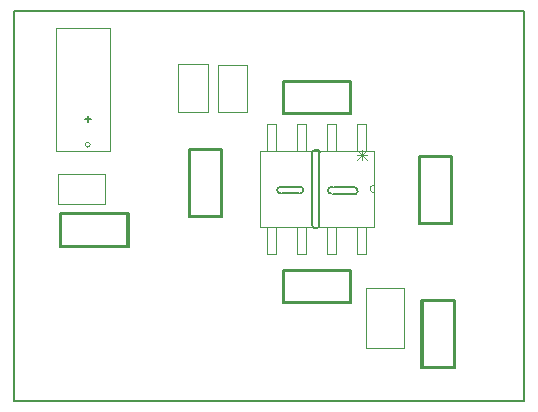
<source format=gko>
G04*
G04 #@! TF.GenerationSoftware,Altium Limited,Altium Designer,21.0.8 (223)*
G04*
G04 Layer_Color=16711935*
%FSLAX25Y25*%
%MOIN*%
G70*
G04*
G04 #@! TF.SameCoordinates,E7718C12-BC85-45C8-BBF6-CE0E0CA18016*
G04*
G04*
G04 #@! TF.FilePolarity,Positive*
G04*
G01*
G75*
%ADD10C,0.00600*%
%ADD12C,0.00787*%
%ADD14C,0.00300*%
%ADD15C,0.00000*%
%ADD16C,0.00100*%
D10*
X153600Y233900D02*
X155600D01*
X154600Y232900D02*
Y234900D01*
D12*
X234600Y210200D02*
G03*
X235700Y209100I1100J0D01*
G01*
X231950Y222800D02*
G03*
X230950Y223800I-1000J0D01*
G01*
X235700Y211300D02*
G03*
X234600Y210200I0J-1100D01*
G01*
X244600Y209900D02*
G03*
X243200Y211300I-1400J0D01*
G01*
X230450Y223800D02*
G03*
X229450Y222800I0J-1000D01*
G01*
X243800Y209100D02*
G03*
X244600Y209900I0J800D01*
G01*
X230850Y197600D02*
G03*
X231850Y198600I0J1000D01*
G01*
X229350D02*
G03*
X230350Y197600I1000J0D01*
G01*
X226500Y210400D02*
G03*
X225500Y211400I-1000J0D01*
G01*
X225300Y209200D02*
G03*
X226500Y210400I0J1200D01*
G01*
X217700Y210300D02*
G03*
X218800Y209200I1100J0D01*
G01*
Y211400D02*
G03*
X217700Y210300I0J-1100D01*
G01*
X230450Y223800D02*
X230950D01*
X242800Y209100D02*
X243900D01*
X236500D02*
X242900D01*
X235700Y211300D02*
X236400D01*
X236600D02*
X243000D01*
X229350Y198700D02*
Y222900D01*
X231800Y198800D02*
Y223000D01*
X218800Y211400D02*
X219500D01*
X219400Y209200D02*
X225000D01*
X219500Y211400D02*
X225200D01*
X225500D01*
X130000Y140000D02*
Y270000D01*
Y140000D02*
X300000D01*
Y270000D01*
X130000D02*
X300000D01*
X167784Y191803D02*
Y202197D01*
X145816D02*
X167784D01*
X145816Y191803D02*
Y202197D01*
Y191803D02*
X167784D01*
X275697Y199416D02*
Y221384D01*
X265303Y199416D02*
X275697D01*
X265303D02*
Y221384D01*
X275697D01*
X188703Y223584D02*
X199097D01*
X188703Y201616D02*
Y223584D01*
Y201616D02*
X199097D01*
Y223584D01*
X219916Y172903D02*
Y183297D01*
Y172903D02*
X241884D01*
Y183297D01*
X219916D02*
X241884D01*
X266203Y173284D02*
X276597D01*
X266203Y151316D02*
Y173284D01*
Y151316D02*
X276597D01*
Y173284D01*
X219916Y246397D02*
X241884D01*
Y236003D02*
Y246397D01*
X219916Y236003D02*
X241884D01*
X219916D02*
Y246397D01*
X168178Y191409D02*
Y202591D01*
X145422D02*
X168178D01*
X145422Y191409D02*
Y202591D01*
Y191409D02*
X168178D01*
X276091Y199022D02*
Y221778D01*
X264910Y199022D02*
X276091D01*
X264910D02*
Y221778D01*
X276091D01*
X188309Y223978D02*
X199491D01*
X188309Y201222D02*
Y223978D01*
Y201222D02*
X199491D01*
Y223978D01*
X219522Y172509D02*
Y183691D01*
Y172509D02*
X242278D01*
Y183691D01*
X219522D02*
X242278D01*
X265809Y173678D02*
X276991D01*
X265809Y150922D02*
Y173678D01*
Y150922D02*
X276991D01*
Y173678D01*
X219522Y246791D02*
X242278D01*
Y235610D02*
Y246791D01*
X219522Y235610D02*
X242278D01*
X219522D02*
Y246791D01*
D14*
X247565Y223550D02*
X244233Y220218D01*
Y223550D02*
X247565Y220218D01*
X245899Y223550D02*
Y220218D01*
X244233Y221884D02*
X247565D01*
D15*
X155400Y225400D02*
G03*
X155400Y225400I-800J0D01*
G01*
X249900Y211900D02*
G03*
X249900Y209500I0J-1200D01*
G01*
D16*
X143850Y223400D02*
X161950D01*
X143850D02*
Y264400D01*
X161950D01*
Y223400D02*
Y264400D01*
X184800Y236492D02*
X194600D01*
X184800Y252192D02*
X194600D01*
Y236492D02*
Y252192D01*
X184800Y236492D02*
Y252192D01*
X198000Y236392D02*
X207800D01*
X198000Y252093D02*
X207800D01*
Y236392D02*
Y252093D01*
X198000Y236392D02*
Y252093D01*
X144607Y205800D02*
Y215600D01*
X160308Y205800D02*
Y215600D01*
X144607Y205800D02*
X160308D01*
X144607Y215600D02*
X160308D01*
X211900Y223300D02*
X249900D01*
Y198100D02*
Y223300D01*
X211900Y198100D02*
X249900D01*
X211900D02*
Y223300D01*
X247500Y189100D02*
Y198100D01*
X244300Y189100D02*
X247500D01*
X244300D02*
Y198100D01*
X247500D01*
X237500Y189100D02*
Y198100D01*
X234300Y189100D02*
X237500D01*
X234300D02*
Y198100D01*
X237500D01*
X227500Y189100D02*
Y198100D01*
X224300Y189100D02*
X227500D01*
X224300D02*
Y198100D01*
X227500D01*
X217500Y189100D02*
Y198100D01*
X214300Y189100D02*
X217500D01*
X214300D02*
Y198100D01*
X217500D01*
X214300Y223300D02*
Y232300D01*
X217500D01*
Y223300D02*
Y232300D01*
X214300Y223300D02*
X217500D01*
X224300D02*
Y232300D01*
X227500D01*
Y223300D02*
Y232300D01*
X224300Y223300D02*
X227500D01*
X234300D02*
Y232300D01*
X237500D01*
Y223300D02*
Y232300D01*
X234300Y223300D02*
X237500D01*
X244300D02*
Y232300D01*
X247500D01*
Y223300D02*
Y232300D01*
X244300Y223300D02*
X247500D01*
X247450Y157600D02*
X259950D01*
X247450D02*
Y177600D01*
X259950D01*
Y157600D02*
Y177600D01*
M02*

</source>
